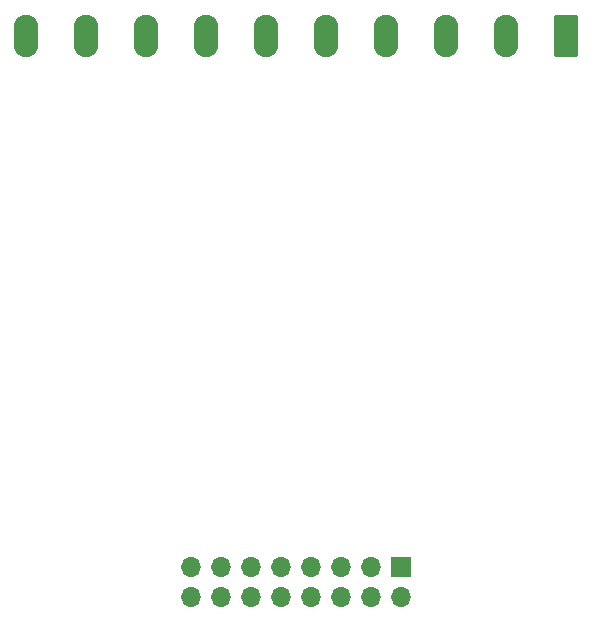
<source format=gbr>
%TF.GenerationSoftware,KiCad,Pcbnew,6.0.11+dfsg-1~bpo11+1*%
%TF.CreationDate,2023-04-06T13:54:20+02:00*%
%TF.ProjectId,din-8_11,64696e2d-385f-4313-912e-6b696361645f,1.1*%
%TF.SameCoordinates,Original*%
%TF.FileFunction,Soldermask,Bot*%
%TF.FilePolarity,Negative*%
%FSLAX46Y46*%
G04 Gerber Fmt 4.6, Leading zero omitted, Abs format (unit mm)*
G04 Created by KiCad (PCBNEW 6.0.11+dfsg-1~bpo11+1) date 2023-04-06 13:54:20*
%MOMM*%
%LPD*%
G01*
G04 APERTURE LIST*
G04 Aperture macros list*
%AMRoundRect*
0 Rectangle with rounded corners*
0 $1 Rounding radius*
0 $2 $3 $4 $5 $6 $7 $8 $9 X,Y pos of 4 corners*
0 Add a 4 corners polygon primitive as box body*
4,1,4,$2,$3,$4,$5,$6,$7,$8,$9,$2,$3,0*
0 Add four circle primitives for the rounded corners*
1,1,$1+$1,$2,$3*
1,1,$1+$1,$4,$5*
1,1,$1+$1,$6,$7*
1,1,$1+$1,$8,$9*
0 Add four rect primitives between the rounded corners*
20,1,$1+$1,$2,$3,$4,$5,0*
20,1,$1+$1,$4,$5,$6,$7,0*
20,1,$1+$1,$6,$7,$8,$9,0*
20,1,$1+$1,$8,$9,$2,$3,0*%
G04 Aperture macros list end*
%ADD10R,1.700000X1.700000*%
%ADD11O,1.700000X1.700000*%
%ADD12RoundRect,0.249999X0.790001X1.550001X-0.790001X1.550001X-0.790001X-1.550001X0.790001X-1.550001X0*%
%ADD13O,2.080000X3.600000*%
G04 APERTURE END LIST*
D10*
%TO.C,J1*%
X159875000Y-115225000D03*
D11*
X159875000Y-117765000D03*
X157335000Y-115225000D03*
X157335000Y-117765000D03*
X154795000Y-115225000D03*
X154795000Y-117765000D03*
X152255000Y-115225000D03*
X152255000Y-117765000D03*
X149715000Y-115225000D03*
X149715000Y-117765000D03*
X147175000Y-115225000D03*
X147175000Y-117765000D03*
X144635000Y-115225000D03*
X144635000Y-117765000D03*
X142095000Y-115225000D03*
X142095000Y-117765000D03*
%TD*%
D12*
%TO.C,J2*%
X173860000Y-70277500D03*
D13*
X168780000Y-70277500D03*
X163700000Y-70277500D03*
X158620000Y-70277500D03*
X153540000Y-70277500D03*
X148460000Y-70277500D03*
X143380000Y-70277500D03*
X138300000Y-70277500D03*
X133220000Y-70277500D03*
X128140000Y-70277500D03*
%TD*%
M02*

</source>
